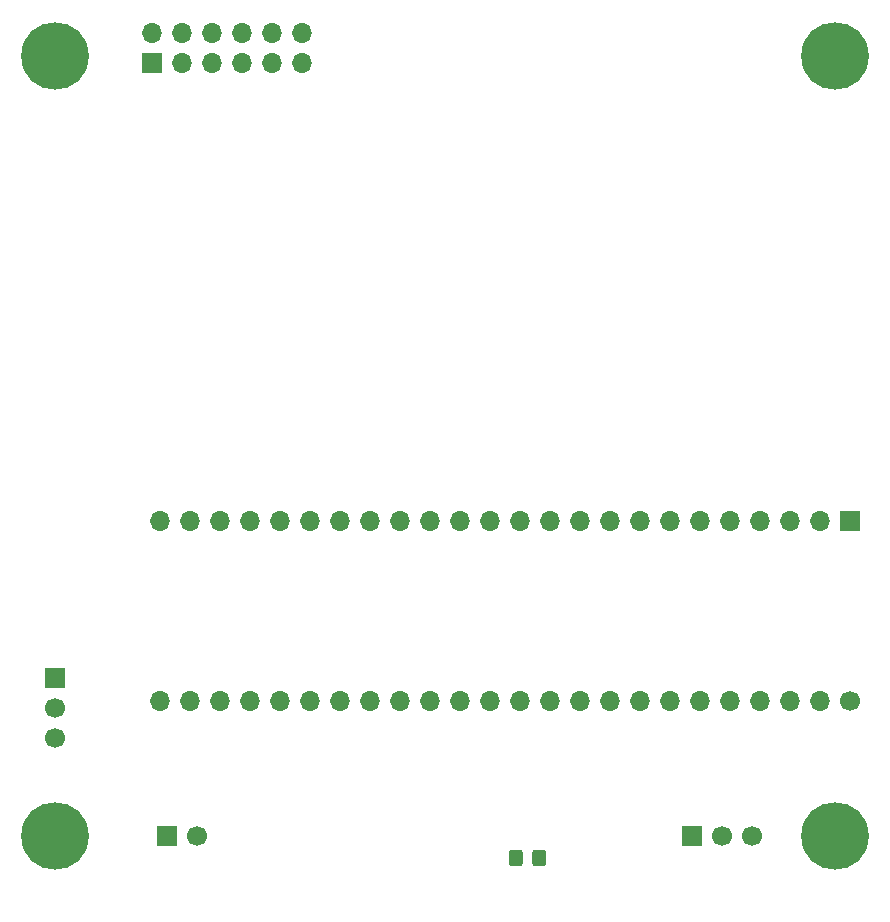
<source format=gbr>
%TF.GenerationSoftware,KiCad,Pcbnew,(5.1.9)-1*%
%TF.CreationDate,2021-08-30T22:29:05-04:00*%
%TF.ProjectId,In9 Music Visualizer RevC,496e3920-4d75-4736-9963-205669737561,rev?*%
%TF.SameCoordinates,Original*%
%TF.FileFunction,Soldermask,Bot*%
%TF.FilePolarity,Negative*%
%FSLAX46Y46*%
G04 Gerber Fmt 4.6, Leading zero omitted, Abs format (unit mm)*
G04 Created by KiCad (PCBNEW (5.1.9)-1) date 2021-08-30 22:29:05*
%MOMM*%
%LPD*%
G01*
G04 APERTURE LIST*
%ADD10C,1.700000*%
%ADD11R,1.700000X1.700000*%
%ADD12C,5.715000*%
%ADD13O,1.700000X1.700000*%
G04 APERTURE END LIST*
D10*
%TO.C,J6*%
X106680000Y-111125000D03*
D11*
X106680000Y-108585000D03*
D10*
X106680000Y-113665000D03*
%TD*%
D12*
%TO.C,REF\u002A\u002A*%
X172720000Y-121920000D03*
%TD*%
%TO.C,REF\u002A\u002A*%
X172720000Y-55880000D03*
%TD*%
%TO.C,REF\u002A\u002A*%
X106680000Y-121920000D03*
%TD*%
%TO.C,REF\u002A\u002A*%
X106680000Y-55880000D03*
%TD*%
%TO.C,R1*%
G36*
G01*
X146285000Y-123374999D02*
X146285000Y-124275001D01*
G75*
G02*
X146035001Y-124525000I-249999J0D01*
G01*
X145334999Y-124525000D01*
G75*
G02*
X145085000Y-124275001I0J249999D01*
G01*
X145085000Y-123374999D01*
G75*
G02*
X145334999Y-123125000I249999J0D01*
G01*
X146035001Y-123125000D01*
G75*
G02*
X146285000Y-123374999I0J-249999D01*
G01*
G37*
G36*
G01*
X148285000Y-123374999D02*
X148285000Y-124275001D01*
G75*
G02*
X148035001Y-124525000I-249999J0D01*
G01*
X147334999Y-124525000D01*
G75*
G02*
X147085000Y-124275001I0J249999D01*
G01*
X147085000Y-123374999D01*
G75*
G02*
X147334999Y-123125000I249999J0D01*
G01*
X148035001Y-123125000D01*
G75*
G02*
X148285000Y-123374999I0J-249999D01*
G01*
G37*
%TD*%
D13*
%TO.C,J4*%
X127635000Y-53975000D03*
X127635000Y-56515000D03*
X125095000Y-53975000D03*
X125095000Y-56515000D03*
X122555000Y-53975000D03*
X122555000Y-56515000D03*
X120015000Y-53975000D03*
X120015000Y-56515000D03*
X117475000Y-53975000D03*
X117475000Y-56515000D03*
X114935000Y-53975000D03*
D11*
X114935000Y-56515000D03*
%TD*%
D10*
%TO.C,J3*%
X163195000Y-121920000D03*
D11*
X160655000Y-121920000D03*
D10*
X165735000Y-121920000D03*
%TD*%
%TO.C,J2*%
X118745000Y-121920000D03*
D11*
X116205000Y-121920000D03*
%TD*%
D13*
%TO.C,MCU1*%
X158750000Y-110490000D03*
X156210000Y-110490000D03*
D10*
X173990000Y-110490000D03*
D13*
X166370000Y-110490000D03*
X171450000Y-110490000D03*
X163830000Y-110490000D03*
X168910000Y-110490000D03*
X161290000Y-110490000D03*
X153670000Y-110490000D03*
X151130000Y-110490000D03*
X148590000Y-110490000D03*
X146050000Y-110490000D03*
X143510000Y-110490000D03*
X140970000Y-110490000D03*
X125730000Y-110490000D03*
X133350000Y-110490000D03*
X135890000Y-110490000D03*
X138430000Y-110490000D03*
X118110000Y-110490000D03*
X130810000Y-110490000D03*
X123190000Y-110490000D03*
X128270000Y-110490000D03*
X120650000Y-110490000D03*
X115570000Y-110490000D03*
X115570000Y-95250000D03*
X118110000Y-95250000D03*
X120650000Y-95250000D03*
X123190000Y-95250000D03*
X125730000Y-95250000D03*
X128270000Y-95250000D03*
X130810000Y-95250000D03*
X133350000Y-95250000D03*
X135890000Y-95250000D03*
X138430000Y-95250000D03*
X140970000Y-95250000D03*
X143510000Y-95250000D03*
X146050000Y-95250000D03*
X148590000Y-95250000D03*
X151130000Y-95250000D03*
X153670000Y-95250000D03*
X156210000Y-95250000D03*
X158750000Y-95250000D03*
X161290000Y-95250000D03*
X163830000Y-95250000D03*
X166370000Y-95250000D03*
X168910000Y-95250000D03*
X171450000Y-95250000D03*
D11*
X173990000Y-95250000D03*
%TD*%
M02*

</source>
